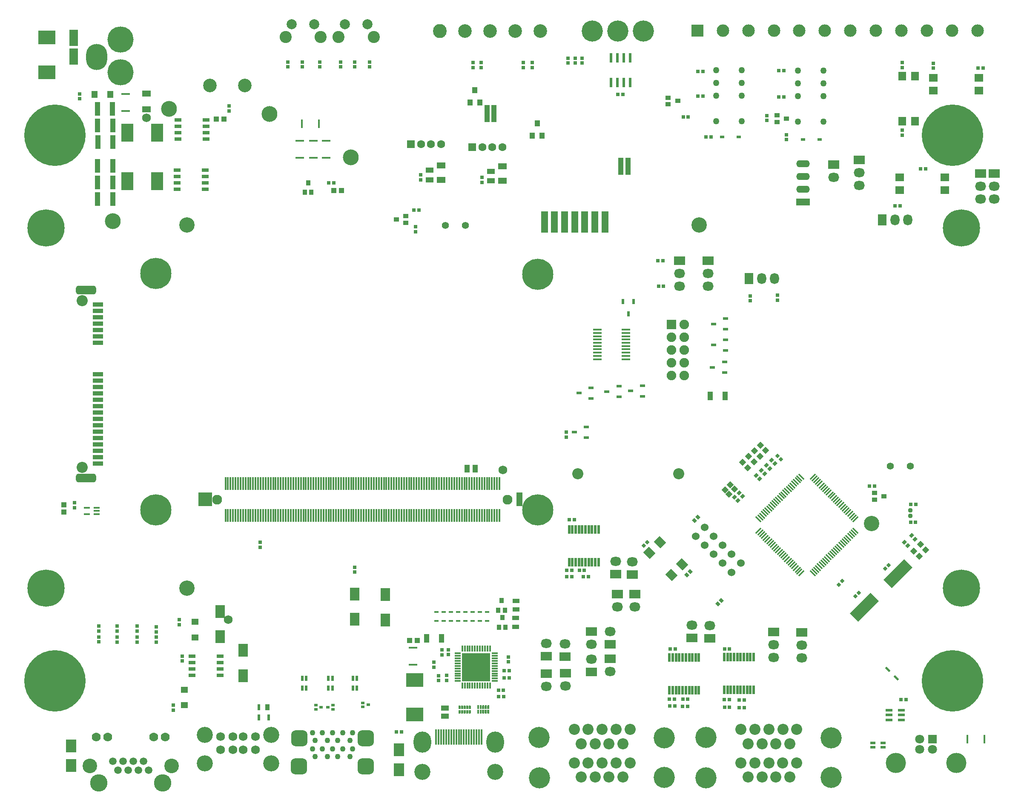
<source format=gbr>
%FSTAX23Y23*%
%MOIN*%
%SFA1B1*%

%IPPOS*%
%AMD26*
4,1,4,-0.024400,-0.016600,-0.016600,-0.024400,0.024400,0.016600,0.016600,0.024400,-0.024400,-0.016600,0.0*
%
%AMD27*
4,1,4,0.016600,-0.024400,0.024400,-0.016600,-0.016600,0.024400,-0.024400,0.016600,0.016600,-0.024400,0.0*
%
%AMD62*
4,1,4,0.020900,-0.009900,-0.009900,0.020900,-0.020900,0.009900,0.009900,-0.020900,0.020900,-0.009900,0.0*
%
%AMD242*
4,1,8,-0.079000,0.015000,-0.079000,-0.015000,-0.060000,-0.034000,0.060000,-0.034000,0.079000,-0.015000,0.079000,0.015000,0.060000,0.034000,-0.060000,0.034000,-0.079000,0.015000,0.0*
1,1,0.038000,-0.060000,0.015000*
1,1,0.038000,-0.060000,-0.015000*
1,1,0.038000,0.060000,-0.015000*
1,1,0.038000,0.060000,0.015000*
%
%AMD245*
4,1,8,-0.063100,0.029500,-0.063100,-0.029500,-0.029500,-0.063100,0.029500,-0.063100,0.063100,-0.029500,0.063100,0.029500,0.029500,0.063100,-0.029500,0.063100,-0.063100,0.029500,0.0*
1,1,0.067056,-0.029500,0.029500*
1,1,0.067056,-0.029500,-0.029500*
1,1,0.067056,0.029500,-0.029500*
1,1,0.067056,0.029500,0.029500*
%
%AMD283*
4,1,4,-0.027900,0.000000,0.000000,-0.027900,0.027900,0.000000,0.000000,0.027900,-0.027900,0.000000,0.0*
%
%AMD284*
4,1,4,0.000000,-0.027900,0.027900,0.000000,0.000000,0.027900,-0.027900,0.000000,0.000000,-0.027900,0.0*
%
%AMD285*
4,1,4,0.000000,0.027900,-0.027900,0.000000,0.000000,-0.027900,0.027900,0.000000,0.000000,0.027900,0.0*
%
%AMD286*
4,1,4,-0.027900,0.000000,0.000000,-0.027900,0.027900,0.000000,0.000000,0.027900,-0.027900,0.000000,0.0*
%
%AMD290*
4,1,4,-0.047300,0.002800,0.002800,-0.047300,0.047300,-0.002800,-0.002800,0.047300,-0.047300,0.002800,0.0*
%
%AMD300*
4,1,4,0.048700,0.112800,-0.112800,-0.048700,-0.048700,-0.112800,0.112800,0.048700,0.048700,0.112800,0.0*
%
%AMD302*
4,1,4,0.001400,-0.020900,0.020900,-0.001400,-0.001400,0.020900,-0.020900,0.001400,0.001400,-0.020900,0.0*
%
%AMD303*
4,1,4,0.020900,0.001400,0.001400,0.020900,-0.020900,-0.001400,-0.001400,-0.020900,0.020900,0.001400,0.0*
%
%AMD306*
4,1,4,-0.019500,0.000000,0.000000,-0.019500,0.019500,0.000000,0.000000,0.019500,-0.019500,0.000000,0.0*
%
%AMD307*
4,1,4,0.000000,0.019500,-0.019500,0.000000,0.000000,-0.019500,0.019500,0.000000,0.000000,0.019500,0.0*
%
%ADD12R,0.013000X0.100000*%
%ADD22R,0.055000X0.032000*%
%ADD23R,0.050000X0.012000*%
%ADD24R,0.012000X0.050000*%
%ADD25R,0.220000X0.220000*%
G04~CAMADD=26~9~0.0~0.0~110.0~580.0~0.0~0.0~0~0.0~0.0~0.0~0.0~0~0.0~0.0~0.0~0.0~0~0.0~0.0~0.0~135.0~488.0~487.0*
%ADD26D26*%
G04~CAMADD=27~9~0.0~0.0~110.0~580.0~0.0~0.0~0~0.0~0.0~0.0~0.0~0~0.0~0.0~0.0~0.0~0~0.0~0.0~0.0~225.0~488.0~487.0*
%ADD27D27*%
%ADD29R,0.059000X0.044000*%
%ADD30R,0.044000X0.059000*%
%ADD33R,0.044000X0.071000*%
%ADD45R,0.041559X0.132000*%
%ADD48R,0.031748X0.021654*%
%ADD49R,0.016000X0.071000*%
%ADD50R,0.071000X0.016000*%
%ADD51R,0.035000X0.016000*%
%ADD52R,0.052000X0.022000*%
%ADD54R,0.037000X0.046000*%
%ADD55R,0.021000X0.046000*%
%ADD57R,0.072000X0.101000*%
%ADD60R,0.040000X0.022000*%
%ADD61R,0.022000X0.040000*%
G04~CAMADD=62~9~0.0~0.0~437.5~157.8~0.0~0.0~0~0.0~0.0~0.0~0.0~0~0.0~0.0~0.0~0.0~0~0.0~0.0~0.0~315.0~418.0~417.0*
%ADD62D62*%
%ADD63R,0.044000X0.107000*%
%ADD68R,0.011811X0.027654*%
%ADD69R,0.015748X0.027654*%
%ADD76R,0.066000X0.014000*%
%ADD78R,0.046000X0.014000*%
%ADD80R,0.022000X0.078000*%
%ADD81R,0.070000X0.050000*%
%ADD140C,0.060000*%
%ADD143C,0.050000*%
%ADD214R,0.025716X0.023748*%
%ADD215R,0.067055X0.059181*%
%ADD216R,0.059181X0.067055*%
%ADD217R,0.043433X0.045402*%
%ADD218R,0.043433X0.045402*%
%ADD220R,0.021748X0.041528*%
%ADD221R,0.031622X0.027685*%
%ADD222R,0.027685X0.031622*%
%ADD223R,0.039496X0.039496*%
%ADD224R,0.027685X0.027685*%
%ADD225R,0.027685X0.027685*%
%ADD226C,0.204850*%
%ADD227O,0.165480X0.204850*%
%ADD228R,0.086740X0.070992*%
%ADD229O,0.086740X0.070992*%
%ADD230R,0.070992X0.086740*%
%ADD231O,0.070992X0.086740*%
%ADD232C,0.077000*%
%ADD233R,0.074929X0.074929*%
%ADD234C,0.074929*%
%ADD235C,0.165480*%
%ADD236C,0.157606*%
%ADD237C,0.070992*%
%ADD238R,0.070992X0.070992*%
%ADD239C,0.063118*%
%ADD240R,0.063118X0.063118*%
%ADD241C,0.086740*%
G04~CAMADD=242~8~0.0~0.0~680.0~1580.0~190.0~0.0~15~0.0~0.0~0.0~0.0~0~0.0~0.0~0.0~0.0~0~0.0~0.0~0.0~90.0~1580.0~680.0*
%ADD242D242*%
%ADD243C,0.106425*%
%ADD244O,0.106425X0.110362*%
G04~CAMADD=245~8~0.0~0.0~1261.1~1261.1~335.3~0.0~15~0.0~0.0~0.0~0.0~0~0.0~0.0~0.0~0.0~0~0.0~0.0~0.0~90.0~1262.0~1262.0*
%ADD245D245*%
%ADD246C,0.043433*%
%ADD247O,0.106425X0.055244*%
%ADD248R,0.106425X0.055244*%
%ADD249C,0.037402*%
%ADD250R,0.098000X0.098000*%
%ADD251C,0.098000*%
%ADD252C,0.055244*%
%ADD253C,0.094614*%
%ADD254C,0.078866*%
%ADD255C,0.114299*%
%ADD256C,0.059181*%
%ADD257C,0.135953*%
%ADD258C,0.070000*%
%ADD259C,0.068000*%
%ADD260C,0.126110*%
%ADD261C,0.124000*%
%ADD262C,0.126110*%
%ADD263O,0.137921X0.165480*%
%ADD264C,0.068000*%
%ADD265C,0.244220*%
%ADD266C,0.291465*%
%ADD267C,0.480441*%
%ADD278R,0.048000X0.108000*%
%ADD279R,0.108000X0.108000*%
%ADD280R,0.098000X0.143000*%
%ADD281R,0.039496X0.039496*%
%ADD282R,0.039496X0.039496*%
G04~CAMADD=283~9~0.0~0.0~395.0~395.0~0.0~0.0~0~0.0~0.0~0.0~0.0~0~0.0~0.0~0.0~0.0~0~0.0~0.0~0.0~135.0~558.0~557.0*
%ADD283D283*%
G04~CAMADD=284~10~0.0~395.0~0.0~0.0~0.0~0.0~0~0.0~0.0~0.0~0.0~0~0.0~0.0~0.0~0.0~0~0.0~0.0~0.0~225.0~395.0~0.0*
%ADD284D284*%
G04~CAMADD=285~9~0.0~0.0~395.0~395.0~0.0~0.0~0~0.0~0.0~0.0~0.0~0~0.0~0.0~0.0~0.0~0~0.0~0.0~0.0~45.0~558.0~557.0*
%ADD285D285*%
G04~CAMADD=286~10~0.0~395.0~0.0~0.0~0.0~0.0~0~0.0~0.0~0.0~0.0~0~0.0~0.0~0.0~0.0~0~0.0~0.0~0.0~135.0~395.0~0.0*
%ADD286D286*%
%ADD287R,0.039496X0.039496*%
%ADD288R,0.082803X0.033591*%
%ADD289R,0.069024X0.126110*%
G04~CAMADD=290~9~0.0~0.0~709.9~631.2~0.0~0.0~0~0.0~0.0~0.0~0.0~0~0.0~0.0~0.0~0.0~0~0.0~0.0~0.0~135.0~946.0~945.0*
%ADD290D290*%
%ADD291R,0.051307X0.055244*%
%ADD292R,0.055244X0.051307*%
%ADD293R,0.055244X0.030835*%
%ADD294R,0.043433X0.035559*%
%ADD295R,0.035559X0.043433*%
%ADD296C,0.120000*%
%ADD297R,0.067000X0.047000*%
%ADD298R,0.058000X0.165480*%
%ADD299R,0.023748X0.070992*%
G04~CAMADD=300~9~0.0~0.0~2284.7~906.8~0.0~0.0~0~0.0~0.0~0.0~0.0~0~0.0~0.0~0.0~0.0~0~0.0~0.0~0.0~45.0~2256.0~2255.0*
%ADD300D300*%
%ADD301R,0.041528X0.021748*%
G04~CAMADD=302~9~0.0~0.0~276.9~316.2~0.0~0.0~0~0.0~0.0~0.0~0.0~0~0.0~0.0~0.0~0.0~0~0.0~0.0~0.0~225.0~418.0~417.0*
%ADD302D302*%
G04~CAMADD=303~9~0.0~0.0~276.9~316.2~0.0~0.0~0~0.0~0.0~0.0~0.0~0~0.0~0.0~0.0~0.0~0~0.0~0.0~0.0~315.0~418.0~417.0*
%ADD303D303*%
%ADD304R,0.078866X0.098551*%
%ADD305R,0.059181X0.043433*%
G04~CAMADD=306~10~0.0~276.9~0.0~0.0~0.0~0.0~0~0.0~0.0~0.0~0.0~0~0.0~0.0~0.0~0.0~0~0.0~0.0~0.0~135.0~276.9~0.0*
%ADD306D306*%
G04~CAMADD=307~10~0.0~276.9~0.0~0.0~0.0~0.0~0~0.0~0.0~0.0~0.0~0~0.0~0.0~0.0~0.0~0~0.0~0.0~0.0~405.0~276.9~0.0*
%ADD307D307*%
%ADD308R,0.013811X0.122000*%
%ADD309R,0.137921X0.106425*%
%LNsyncbox_soldermask_top-1*%
%LPD*%
G36*
X03957Y00716D02*
X03941D01*
Y00741*
X03957*
Y00716*
G37*
G36*
X03937D02*
X03921D01*
Y00741*
X03937*
Y00716*
G37*
G36*
X03917D02*
X03902D01*
Y00741*
X03917*
Y00716*
G37*
G36*
X03898D02*
X03882D01*
Y00741*
X03898*
Y00716*
G37*
G36*
X03878D02*
X03862D01*
Y00741*
X03878*
Y00716*
G37*
G36*
X03957Y00684D02*
X03941D01*
Y00709*
X03957*
Y00684*
G37*
G36*
X03937D02*
X03921D01*
Y00709*
X03937*
Y00684*
G37*
G36*
X03917D02*
X03902D01*
Y00709*
X03917*
Y00684*
G37*
G36*
X03898D02*
X03882D01*
Y00709*
X03898*
Y00684*
G37*
G36*
X03878D02*
X03862D01*
Y00709*
X03878*
Y00684*
G37*
G36*
X04101Y00717D02*
X04086D01*
Y00742*
X04101*
Y00717*
G37*
G36*
X04082D02*
X04066D01*
Y00742*
X04082*
Y00717*
G37*
G36*
X04062D02*
X04046D01*
Y00742*
X04062*
Y00717*
G37*
G36*
X04042D02*
X04027D01*
Y00742*
X04042*
Y00717*
G37*
G36*
X04023D02*
X04007D01*
Y00742*
X04023*
Y00717*
G37*
G36*
X04101Y00684D02*
X04086D01*
Y0071*
X04101*
Y00684*
G37*
G36*
X04082D02*
X04066D01*
Y0071*
X04082*
Y00684*
G37*
G36*
X04062D02*
X04046D01*
Y0071*
X04062*
Y00684*
G37*
G36*
X04042D02*
X04027D01*
Y0071*
X04042*
Y00684*
G37*
G36*
X04023D02*
X04007D01*
Y0071*
X04023*
Y00684*
G37*
G54D12*
X04182Y02235D03*
X04162D03*
X04143D03*
X04123D03*
X04103D03*
X04084D03*
X04064D03*
X04044D03*
X04025D03*
X04005D03*
X03985D03*
X03966D03*
X03946D03*
X03926D03*
X03907D03*
X03887D03*
X03867D03*
X03848D03*
X03828D03*
X03808D03*
X03788D03*
X03769D03*
X03749D03*
X03729D03*
X0371D03*
X0369D03*
X0367D03*
X03651D03*
X03631D03*
X03611D03*
X03592D03*
X03572D03*
X03552D03*
X03533D03*
X03513D03*
X03493D03*
X03474D03*
X03454D03*
X03434D03*
X03414D03*
X03395D03*
X03375D03*
X03355D03*
X03336D03*
X03316D03*
X03296D03*
X03277D03*
X03257D03*
X03237D03*
X03218D03*
X03198D03*
X03178D03*
X03159D03*
X03139D03*
X03119D03*
X03099D03*
X0308D03*
X0306D03*
X0304D03*
X03021D03*
X03001D03*
X02981D03*
X02962D03*
X02942D03*
X02922D03*
X02903D03*
X02883D03*
X02863D03*
X02844D03*
X02824D03*
X02804D03*
X02785D03*
X02765D03*
X02745D03*
X02725D03*
X02706D03*
X02686D03*
X02666D03*
X02647D03*
X02627D03*
X02607D03*
X02588D03*
X02568D03*
X02548D03*
X02529D03*
X02509D03*
X02489D03*
X0247D03*
X0245D03*
X0243D03*
X02411D03*
X02391D03*
X02371D03*
X02351D03*
X02332D03*
X02312D03*
X02292D03*
X02273D03*
X02253D03*
X02233D03*
X02214D03*
X02194D03*
X02174D03*
X02155D03*
X02135D03*
X02115D03*
X02096D03*
X02076D03*
X02056D03*
X02037D03*
X04182Y02484D03*
X04162D03*
X04143D03*
X04123D03*
X04103D03*
X04084D03*
X04064D03*
X04044D03*
X04025D03*
X04005D03*
X03985D03*
X03966D03*
X03946D03*
X03926D03*
X03907D03*
X03887D03*
X03867D03*
X03848D03*
X03828D03*
X03808D03*
X03788D03*
X03769D03*
X03749D03*
X03729D03*
X0371D03*
X0369D03*
X0367D03*
X03651D03*
X03631D03*
X03611D03*
X03592D03*
X03572D03*
X03552D03*
X03533D03*
X03513D03*
X03493D03*
X03474D03*
X03454D03*
X03434D03*
X03414D03*
X03395D03*
X03375D03*
X03355D03*
X03336D03*
X03316D03*
X03296D03*
X03277D03*
X03257D03*
X03237D03*
X03218D03*
X03198D03*
X03178D03*
X03159D03*
X03139D03*
X03119D03*
X03099D03*
X0308D03*
X0306D03*
X0304D03*
X03021D03*
X03001D03*
X02981D03*
X02962D03*
X02942D03*
X02922D03*
X02903D03*
X02883D03*
X02863D03*
X02844D03*
X02824D03*
X02804D03*
X02785D03*
X02765D03*
X02745D03*
X02725D03*
X02706D03*
X02686D03*
X02666D03*
X02647D03*
X02627D03*
X02607D03*
X02588D03*
X02568D03*
X02548D03*
X02529D03*
X02509D03*
X02489D03*
X0247D03*
X0245D03*
X0243D03*
X02411D03*
X02391D03*
X02371D03*
X02351D03*
X02332D03*
X02312D03*
X02292D03*
X02273D03*
X02253D03*
X02233D03*
X02214D03*
X02194D03*
X02174D03*
X02155D03*
X02135D03*
X02115D03*
X02096D03*
X02076D03*
X02056D03*
X02037D03*
G54D22*
X0431Y01362D03*
Y01431D03*
X04311Y01496D03*
Y01565D03*
G54D23*
X03855Y01153D03*
Y01133D03*
Y01113D03*
Y01094D03*
Y01074D03*
Y01054D03*
Y01035D03*
Y01015D03*
Y00995D03*
Y00976D03*
Y00956D03*
Y00936D03*
X04145D03*
Y00956D03*
Y00976D03*
Y00995D03*
Y01015D03*
Y01035D03*
Y01054D03*
Y01074D03*
Y01094D03*
Y01113D03*
Y01133D03*
Y01153D03*
G54D24*
X03891Y009D03*
X03911D03*
X03931D03*
X0395D03*
X0397D03*
X0399D03*
X04009D03*
X04029D03*
X04049D03*
X04068D03*
X04088D03*
X04108D03*
Y0119D03*
X04088D03*
X04068D03*
X04049D03*
X04029D03*
X04009D03*
X0399D03*
X0397D03*
X0395D03*
X03931D03*
X03911D03*
X03891D03*
G54D25*
X04Y01045D03*
G54D26*
X06635Y02539D03*
X06649Y02525D03*
X06662Y02511D03*
X06676Y02497D03*
X0669Y02483D03*
X06704Y02469D03*
X06718Y02455D03*
X06732Y02441D03*
X06746Y02427D03*
X0676Y02413D03*
X06774Y02399D03*
X06788Y02386D03*
X06802Y02372D03*
X06816Y02358D03*
X06829Y02344D03*
X06843Y0233D03*
X06857Y02316D03*
X06871Y02302D03*
X06885Y02288D03*
X06899Y02274D03*
X06913Y0226D03*
X06927Y02246D03*
X06941Y02232D03*
X06955Y02219D03*
X06969Y02205D03*
X06544Y0178D03*
X0653Y01794D03*
X06517Y01808D03*
X06503Y01822D03*
X06489Y01836D03*
X06475Y0185D03*
X06461Y01864D03*
X06447Y01878D03*
X06433Y01892D03*
X06419Y01906D03*
X06405Y0192D03*
X06391Y01933D03*
X06377Y01947D03*
X06363Y01961D03*
X0635Y01975D03*
X06336Y01989D03*
X06322Y02003D03*
X06308Y02017D03*
X06294Y02031D03*
X0628Y02045D03*
X06266Y02059D03*
X06252Y02073D03*
X06238Y02087D03*
X06224Y021D03*
X0621Y02114D03*
G54D27*
X06969Y02114D03*
X06955Y021D03*
X06941Y02087D03*
X06927Y02073D03*
X06913Y02059D03*
X06899Y02045D03*
X06885Y02031D03*
X06871Y02017D03*
X06857Y02003D03*
X06843Y01989D03*
X06829Y01975D03*
X06816Y01961D03*
X06802Y01947D03*
X06788Y01933D03*
X06774Y0192D03*
X0676Y01906D03*
X06746Y01892D03*
X06732Y01878D03*
X06718Y01864D03*
X06704Y0185D03*
X0669Y01836D03*
X06676Y01822D03*
X06662Y01808D03*
X06649Y01794D03*
X06635Y0178D03*
X0621Y02205D03*
X06224Y02219D03*
X06238Y02232D03*
X06252Y02246D03*
X06266Y0226D03*
X0628Y02274D03*
X06294Y02288D03*
X06308Y02302D03*
X06322Y02316D03*
X06336Y0233D03*
X0635Y02344D03*
X06363Y02358D03*
X06377Y02372D03*
X06391Y02386D03*
X06405Y02399D03*
X06419Y02413D03*
X06433Y02427D03*
X06447Y02441D03*
X06461Y02455D03*
X06475Y02469D03*
X06489Y02483D03*
X06503Y02497D03*
X06517Y02511D03*
X0653Y02525D03*
X06544Y02539D03*
G54D29*
X03754Y00725D03*
Y0066D03*
G54D30*
X03927Y026D03*
X03992D03*
G54D33*
X03729Y0127D03*
X03611D03*
X05949Y0317D03*
X05831D03*
G54D45*
X04084Y05384D03*
X04139D03*
X05188Y04972D03*
X05133D03*
G54D48*
X06055Y052D03*
X05924D03*
X06688Y0518D03*
X06557D03*
G54D49*
X07845Y0048D03*
X07979D03*
X02635Y05305D03*
X02769D03*
G54D50*
X01255Y05403D03*
Y05537D03*
X0262Y05038D03*
Y05172D03*
X02725Y05038D03*
Y05172D03*
X02825Y05038D03*
Y05172D03*
X03505Y01063D03*
Y01197D03*
G54D51*
X04084Y01409D03*
Y01476D03*
X04028Y01409D03*
Y01476D03*
X03971Y01409D03*
Y01476D03*
X03914Y01409D03*
Y01476D03*
X03858Y01409D03*
Y01476D03*
X03801Y01409D03*
Y01476D03*
X03744Y01409D03*
Y01476D03*
X03688Y01409D03*
Y01476D03*
G54D52*
X07327Y00707D03*
Y0067D03*
Y00632D03*
X07233D03*
Y0067D03*
Y00707D03*
G54D54*
X02366Y00732D03*
G54D55*
X023Y00732D03*
Y00652D03*
X02374D03*
G54D57*
X0329Y01614D03*
Y01415D03*
X0305Y01619D03*
Y0142D03*
X01995Y01482D03*
Y01283D03*
X02175Y01177D03*
Y00978D03*
G54D60*
X04863Y02845D03*
Y02928D03*
X04767Y02887D03*
X05118Y03163D03*
Y03246D03*
X05022Y03205D03*
X049Y03152D03*
Y03235D03*
X04804Y03193D03*
X05946Y03353D03*
Y03436D03*
X0585Y03395D03*
X05953Y03528D03*
Y03611D03*
X05857Y0357D03*
X05953Y03693D03*
Y03776D03*
X05857Y03735D03*
X05303Y03168D03*
Y03251D03*
X05207Y0321D03*
G54D61*
X05232Y0391D03*
X0515D03*
X05191Y03814D03*
G54D62*
X07287Y00962D03*
X07222Y01027D03*
G54D63*
X01153Y0542D03*
X01035D03*
X01154Y0529D03*
X01036D03*
X01155Y0516D03*
X01037D03*
X01154Y04715D03*
X01036D03*
X01154Y04845D03*
X01036D03*
X01154Y04975D03*
X01036D03*
G54D68*
X04094Y00694D03*
X04074D03*
X04035D03*
X04015D03*
Y00733D03*
X04035D03*
X04074D03*
X04094D03*
X0387Y00732D03*
X0389D03*
X03929D03*
X03949D03*
Y00693D03*
X03929D03*
X0389D03*
X0387D03*
G54D69*
X04054Y00694D03*
Y00733D03*
X0391Y00732D03*
Y00693D03*
G54D76*
X04949Y0369D03*
Y03664D03*
Y03638D03*
Y03613D03*
Y03587D03*
Y03562D03*
Y03536D03*
Y03511D03*
Y03485D03*
Y03459D03*
X05171D03*
Y03485D03*
Y03511D03*
Y03536D03*
Y03562D03*
Y03587D03*
Y03613D03*
Y03638D03*
Y03664D03*
Y0369D03*
G54D78*
X01028Y02244D03*
Y0227D03*
Y02295D03*
X00952D03*
Y02244D03*
G54D80*
X05055Y05628D03*
X05105D03*
X05155D03*
X05205D03*
Y05822D03*
X05155D03*
X05105D03*
X05055D03*
G54D81*
X03725Y04977D03*
Y04865D03*
X04205Y04971D03*
Y04859D03*
G54D140*
X06071Y0186D03*
X06Y0193D03*
X0593Y02001D03*
X05859Y02072D03*
X05788Y02142D03*
X06Y01789D03*
X0593Y0186D03*
X05859Y0193D03*
X05788Y02001D03*
X05717Y02072D03*
G54D143*
X0588Y05325D03*
Y05525D03*
Y05625D03*
Y05725D03*
X0608D03*
Y05625D03*
Y05525D03*
Y05325D03*
X0652Y0532D03*
Y0552D03*
Y0562D03*
Y0572D03*
X0672D03*
Y0562D03*
Y0552D03*
Y0532D03*
G54D214*
X0288Y00746D03*
Y00715D03*
X02838Y0073D03*
X02744Y00715D03*
Y00746D03*
X02785Y00731D03*
X03113Y00734D03*
Y00765D03*
X03155Y0075D03*
G54D215*
X0758Y05665D03*
Y05565D03*
X07935Y05665D03*
Y05565D03*
X07315Y04885D03*
Y04785D03*
X0767Y04885D03*
Y04785D03*
G54D216*
X07335Y05325D03*
X07435D03*
X07335Y05679D03*
X07435D03*
G54D217*
X0399Y05569D03*
X03953Y05471D03*
X04478Y05309D03*
X0444Y0521D03*
G54D218*
X04028Y05471D03*
X04515Y0521D03*
G54D220*
X03066Y00959D03*
X03035D03*
X03066Y0088D03*
X03035D03*
X0267Y00959D03*
X02639D03*
X0267Y0088D03*
X02639D03*
X02875Y00959D03*
X02843D03*
X02875Y0088D03*
X02843D03*
G54D221*
X04253Y01125D03*
Y01086D03*
X03706Y0094D03*
Y00979D03*
X0377Y00941D03*
Y0098D03*
X04704Y02886D03*
Y02847D03*
X03526Y04498D03*
Y04459D03*
X03975Y05784D03*
Y05745D03*
X0404Y05784D03*
Y05745D03*
X07335Y05254D03*
Y05215D03*
Y05784D03*
Y05745D03*
X0437Y05784D03*
Y05745D03*
X0758Y0574D03*
Y05779D03*
X0444Y05784D03*
Y05745D03*
X06275Y05369D03*
Y0533D03*
X0643Y0518D03*
Y05219D03*
X0472Y0578D03*
Y05819D03*
X06358Y03922D03*
Y03961D03*
X06146Y03916D03*
Y03955D03*
X0483Y0578D03*
Y05819D03*
X0305Y0575D03*
Y05789D03*
X03165D03*
Y0575D03*
X0264D03*
Y05789D03*
X02775D03*
Y0575D03*
X00855Y02295D03*
Y02334D03*
X01495Y01282D03*
Y01242D03*
X01345Y01282D03*
Y01242D03*
X0119Y01282D03*
Y01242D03*
X01045Y01282D03*
Y01243D03*
X02065Y05444D03*
Y05405D03*
G54D222*
X05427Y04031D03*
X05466D03*
X05423Y04231D03*
X05462D03*
X03552Y04626D03*
X03513D03*
X0797Y0574D03*
X0793D03*
X05621Y05357D03*
X0566D03*
X07319Y0466D03*
X0728D03*
X05839Y052D03*
X058D03*
X05735Y0552D03*
X05774D03*
X0637Y05515D03*
X06409D03*
X05735Y05715D03*
X05775D03*
X0637Y0572D03*
X06409D03*
X0748Y0495D03*
X0752D03*
X07119Y02465D03*
X0708D03*
X02845Y0484D03*
X02885D03*
X04258Y00961D03*
X04219D03*
X04258Y01016D03*
X04219D03*
G54D223*
X02944Y0478D03*
X02025Y0534D03*
X0348Y01255D03*
X0354D03*
G54D224*
X04775Y05819D03*
Y0578D03*
X00895Y055D03*
Y05539D03*
X03565Y04905D03*
Y04865D03*
X0294Y0575D03*
Y05789D03*
X02525Y0575D03*
Y05789D03*
X04045Y04885D03*
Y04845D03*
X01675Y01417D03*
Y01377D03*
X0163Y00707D03*
Y00747D03*
X0305Y0179D03*
Y01829D03*
X017Y01093D03*
Y01132D03*
X0367Y01084D03*
Y01045D03*
X03783Y01182D03*
Y01143D03*
X03731Y0118D03*
Y01141D03*
X0231Y01985D03*
Y02024D03*
X01495Y01322D03*
Y01362D03*
X01345Y01327D03*
Y01367D03*
X0119Y01328D03*
Y01367D03*
X01045Y01327D03*
Y01367D03*
G54D225*
X0484Y01754D03*
X04879D03*
X04807Y01804D03*
X04846D03*
X0471D03*
X04749D03*
X04768Y022D03*
X04729D03*
X0471Y01753D03*
X04749D03*
X05655Y00736D03*
X05616D03*
X05617Y00793D03*
X05656D03*
X05552D03*
X05513D03*
X05558Y01186D03*
X05519D03*
X05515Y0074D03*
X05554D03*
X06059Y00726D03*
X06098D03*
X06099Y00789D03*
X0606D03*
X05942Y00791D03*
X05981D03*
X05944Y01188D03*
X05983D03*
Y00731D03*
X05944D03*
X07401Y0218D03*
X0744D03*
X07441Y02322D03*
X07402D03*
X0511Y05535D03*
X05149D03*
X07365Y0079D03*
X07325D03*
X04175Y00814D03*
X04214D03*
X04174Y00865D03*
X04213D03*
X03375Y00537D03*
X03415D03*
G54D226*
X01215Y05709D03*
Y05965D03*
G54D227*
X01029Y05827D03*
G54D228*
X0633Y01321D03*
X06549Y01319D03*
X05814Y04231D03*
X05593D03*
X0795Y04915D03*
X08055D03*
X07Y0502D03*
X04697Y00996D03*
X05222Y01771D03*
X05093Y01774D03*
X04548Y00994D03*
X0505Y01111D03*
X04694Y01129D03*
X04547Y01132D03*
X04903Y01008D03*
X05242Y01618D03*
X05104Y01617D03*
X0583Y01272D03*
X0569Y01273D03*
X05048Y01223D03*
X04903Y01325D03*
X068Y04985D03*
G54D229*
X0633Y01221D03*
Y01121D03*
X06549Y01219D03*
Y01119D03*
X05814Y04131D03*
Y04031D03*
X05593Y04131D03*
Y04031D03*
X0795Y04815D03*
Y04715D03*
X08055Y04815D03*
Y04715D03*
X07Y0492D03*
Y0482D03*
X04697Y00896D03*
X05222Y01871D03*
X05093Y01874D03*
X04548Y00894D03*
X0505Y01011D03*
X04694Y01229D03*
X04547Y01232D03*
X04903Y01108D03*
X05242Y01518D03*
X05104Y01517D03*
X0583Y01372D03*
X0569Y01373D03*
X05048Y01323D03*
X04903Y01225D03*
X068Y04885D03*
G54D230*
X06136Y04092D03*
X0718Y0455D03*
G54D231*
X06236Y04092D03*
X06336D03*
X0728Y0455D03*
X0738D03*
G54D232*
X01973Y02359D03*
X04245D03*
G54D233*
X0553Y0373D03*
G54D234*
X0553Y0363D03*
Y0353D03*
Y0343D03*
Y0333D03*
X0563Y0373D03*
Y0363D03*
Y0353D03*
Y0343D03*
Y0333D03*
G54D235*
X0531Y0603D03*
X0511D03*
X0491D03*
X04494Y00178D03*
X05473Y0018D03*
X04493Y00493D03*
X05472Y00491D03*
X058Y00178D03*
X06779Y0018D03*
X05799Y00493D03*
X06778Y00491D03*
G54D236*
X07285Y00295D03*
X07759D03*
G54D237*
X07472Y00401D03*
X07571D03*
X07472Y0048D03*
G54D238*
X07571Y0048D03*
G54D239*
X03725Y05145D03*
X03646D03*
X03567D03*
X04205Y0512D03*
X04126D03*
X04047D03*
G54D240*
X03488Y05145D03*
X03968Y0512D03*
G54D241*
X00915Y02611D03*
Y03917D03*
X0504Y00445D03*
X04931D03*
X04822D03*
X05204Y00295D03*
X05094D03*
X04985D03*
X04876D03*
X04767D03*
X05149Y00183D03*
X0504D03*
X04931D03*
X04822D03*
X05204Y00557D03*
X05095D03*
X04985D03*
X04876D03*
X04767Y00556D03*
X05149Y00445D03*
X06346D03*
X06237D03*
X06128D03*
X0651Y00295D03*
X064D03*
X06291D03*
X06182D03*
X06073D03*
X06455Y00183D03*
X06346D03*
X06237D03*
X06128D03*
X0651Y00557D03*
X06401D03*
X06291D03*
X06182D03*
X06073Y00556D03*
X06455Y00445D03*
X04796Y0256D03*
X05584D03*
G54D242*
X00946Y02527D03*
X00944Y04D03*
G54D243*
X0219Y05605D03*
X01915D03*
X03911Y0603D03*
X04108D03*
X04305D03*
X04501D03*
G54D244*
X03714Y0603D03*
G54D245*
X02616Y00489D03*
X02611Y00266D03*
X03134Y00489D03*
Y00266D03*
G54D246*
X03013Y00345D03*
X02915D03*
X02836D03*
X02737D03*
X02718Y00404D03*
X02796D03*
X02875D03*
X02954D03*
X03033D03*
Y0053D03*
X02954D03*
X02875D03*
X02796D03*
X02718D03*
X02737Y0047D03*
X02836D03*
X02915D03*
X03013D03*
G54D247*
X0656Y0499D03*
Y0489D03*
Y0479D03*
G54D248*
X0656Y0469D03*
G54D249*
X074Y02273D03*
Y0223D03*
G54D250*
X05733Y06035D03*
G54D251*
X05932Y06035D03*
X06132D03*
X06331D03*
X0653D03*
X0673D03*
X06929D03*
X07128D03*
X07327D03*
X07527D03*
X07726D03*
X07925D03*
G54D252*
X07241Y0262D03*
X07399D03*
X03758Y04507D03*
X03915D03*
G54D253*
X02782Y05985D03*
X02507D03*
X02922D03*
X03197D03*
G54D254*
X02733Y06084D03*
X02556D03*
X02971D03*
X03148D03*
G54D255*
X00975Y00272D03*
X01615D03*
G54D256*
X01435Y00237D03*
X01395Y00307D03*
X01355Y00237D03*
X01315Y00307D03*
X01275Y00237D03*
X01235Y00307D03*
X01195Y00237D03*
X01155Y00307D03*
G54D257*
X01045Y00137D03*
X01545D03*
G54D258*
X01475Y00497D03*
X01565D03*
X01115D03*
X01025D03*
G54D259*
X02273Y00397D03*
X01997Y005D03*
X02096D03*
X02175D03*
X02273D03*
X02175Y00397D03*
X02096D03*
X01997D03*
G54D260*
X02394Y0029D03*
X01876D03*
X02394Y00514D03*
X01876D03*
G54D261*
X02381Y0538D03*
X01155Y0454D03*
X0302Y0504D03*
X01595Y0542D03*
G54D262*
X04149Y00224D03*
X03578D03*
G54D263*
X03578Y00459D03*
X04149D03*
G54D264*
X0206Y01417D03*
X0421Y0259D03*
X0142Y0535D03*
G54D265*
X01492Y0413D03*
X04483Y04125D03*
X01493Y02277D03*
X04481Y02276D03*
G54D266*
X07798Y04488D03*
Y01663D03*
X00632D03*
Y04488D03*
G54D267*
X07727Y00936D03*
Y05215D03*
X00703Y00936D03*
Y05215D03*
G54D278*
X04337Y0236D03*
G54D279*
X0188Y0236D03*
G54D280*
X01267Y05235D03*
X01503D03*
Y04855D03*
X01267D03*
G54D281*
X00772Y02319D03*
G54D282*
X00772Y0226D03*
G54D283*
X06085Y0265D03*
X06133Y02696D03*
X06225Y02785D03*
X0618Y0274D03*
X07468Y01913D03*
X07518Y01964D03*
G54D284*
X06126Y02608D03*
X06175Y02655D03*
X06266Y02743D03*
X06221Y02698D03*
X07426Y01954D03*
X07477Y02006D03*
G54D285*
X0599Y02475D03*
X06021Y02441D03*
G54D286*
X05948Y02433D03*
X0598Y024D03*
G54D287*
X02885Y0478D03*
X01965Y0534D03*
G54D288*
X0104Y0264D03*
Y0269D03*
Y0274D03*
Y0279D03*
Y0284D03*
Y0289D03*
Y0294D03*
Y0299D03*
Y0304D03*
Y0309D03*
Y0314D03*
Y0319D03*
Y0324D03*
Y0329D03*
Y0334D03*
Y03589D03*
Y03639D03*
Y03689D03*
Y03739D03*
Y03789D03*
Y03839D03*
Y03889D03*
G54D289*
X0085Y0583D03*
Y05979D03*
G54D290*
X0544Y02025D03*
X05612Y01852D03*
X05356Y01941D03*
X05529Y01768D03*
G54D291*
X01136Y05535D03*
X01013D03*
G54D292*
X01715Y00747D03*
Y00869D03*
X018Y01401D03*
Y01278D03*
G54D293*
X01995Y00982D03*
Y01032D03*
Y01082D03*
Y01132D03*
X01774Y00982D03*
Y01032D03*
Y01082D03*
Y01132D03*
X01665Y05335D03*
Y05285D03*
Y05235D03*
Y05185D03*
X01885Y05335D03*
Y05285D03*
Y05235D03*
Y05185D03*
X01659Y0494D03*
Y0489D03*
Y0484D03*
Y0479D03*
X0188Y0494D03*
Y0489D03*
Y0484D03*
Y0479D03*
G54D294*
X05577Y05484D03*
X05502Y05458D03*
Y05509D03*
X03375Y04555D03*
X0345Y0458D03*
Y04529D03*
X06429Y05344D03*
X06355Y05318D03*
Y0537D03*
X07192Y02385D03*
X07117Y02359D03*
Y0241D03*
G54D295*
X02685Y04842D03*
X0271Y04767D03*
X02659D03*
X04205Y01433D03*
X0423Y01359D03*
X04179D03*
X04199Y01566D03*
X04225Y01491D03*
X04173D03*
G54D296*
X07095Y0217D03*
X01735Y01665D03*
X05745Y0451D03*
X01735D03*
G54D297*
X0142Y0554D03*
Y05419D03*
G54D298*
X05007Y04535D03*
X04928D03*
X0485D03*
X04771D03*
X04692D03*
X04613D03*
X04535D03*
G54D299*
X04727Y01866D03*
X04753D03*
X04779D03*
X04804D03*
X0483D03*
X04855D03*
X04881D03*
X04906D03*
X04932D03*
X04958D03*
X04727Y02123D03*
X04753D03*
X04779D03*
X04804D03*
X0483D03*
X04855D03*
X04881D03*
X04906D03*
X04932D03*
X04958D03*
X05513Y00865D03*
X05539D03*
X05564D03*
X0559D03*
X05616D03*
X05641D03*
X05667D03*
X05692D03*
X05718D03*
X05743D03*
X05513Y01122D03*
X05539D03*
X05564D03*
X0559D03*
X05616D03*
X05641D03*
X05667D03*
X05692D03*
X05718D03*
X05743D03*
X05942Y00866D03*
X05967D03*
X05993D03*
X06018D03*
X06044D03*
X0607D03*
X06095D03*
X06121D03*
X06146D03*
X06172D03*
X05942Y01124D03*
X05967D03*
X05993D03*
X06018D03*
X06044D03*
X0607D03*
X06095D03*
X06121D03*
X06146D03*
X06172D03*
G54D300*
X07302Y01778D03*
X07037Y01513D03*
G54D301*
X07105Y0045D03*
Y00419D03*
X07184Y0045D03*
Y00419D03*
G54D302*
X05648Y01767D03*
X05675Y01794D03*
X05735Y02221D03*
X05708Y02194D03*
X05918Y01568D03*
X05891Y01541D03*
G54D303*
X06218Y02521D03*
X06191Y02548D03*
X06258Y02561D03*
X06231Y02588D03*
X0605Y0235D03*
X06022Y02377D03*
X06085Y02385D03*
X06057Y02412D03*
X06338Y02641D03*
X06311Y02668D03*
X06298Y02601D03*
X06271Y02628D03*
X07351Y02024D03*
X07378Y01997D03*
X07409Y02076D03*
X07436Y02049D03*
G54D304*
X03395Y00396D03*
Y00242D03*
X0083Y00426D03*
Y00273D03*
G54D305*
X03635Y0494D03*
Y04865D03*
X04115Y04932D03*
Y04857D03*
G54D306*
X05311Y01996D03*
X05338Y02023D03*
X06865Y0172D03*
X06837Y01692D03*
X06969Y016D03*
X06996Y01627D03*
X07228Y01845D03*
X07201Y01818D03*
G54D307*
X06357Y02702D03*
X06385Y02675D03*
G54D308*
X03686Y00497D03*
X03706D03*
X03726D03*
X03745D03*
X03765D03*
X03785D03*
X03804D03*
X03824D03*
X03844D03*
X03864D03*
X03883D03*
X03903D03*
X03923D03*
X03942D03*
X03962D03*
X03982D03*
X04001D03*
X04021D03*
X04041D03*
G54D309*
X0064Y05708D03*
Y0598D03*
X03519Y00673D03*
Y00944D03*
M02*
</source>
